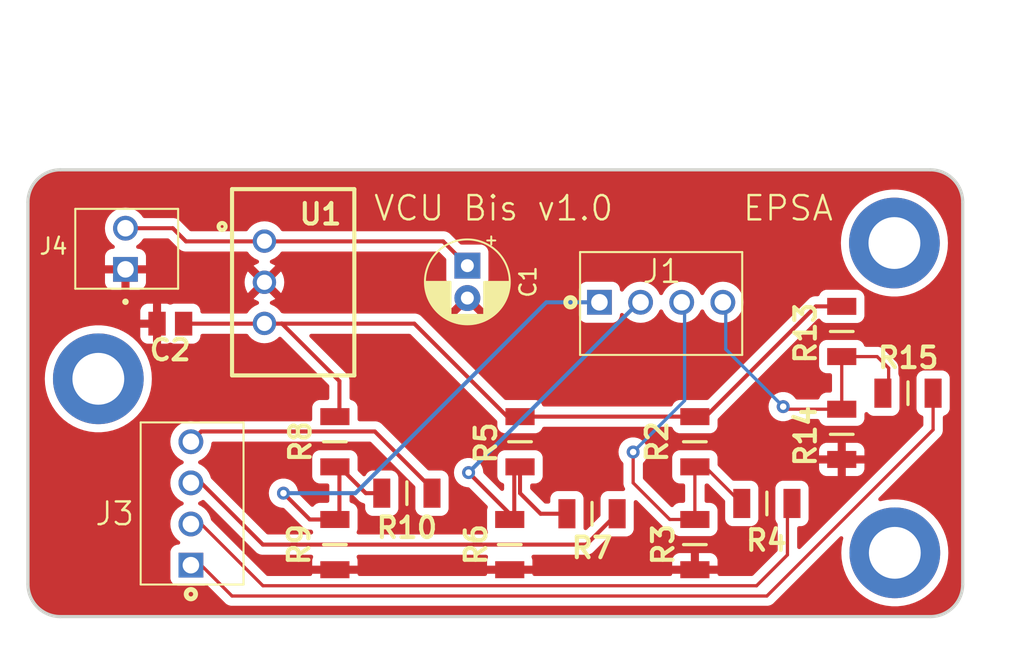
<source format=kicad_pcb>
(kicad_pcb (version 20240108) (generator "pcbnew") (generator_version "8.0")
  (layers (0 "F.Cu" signal) (31 "B.Cu" signal) (34 "B.Paste" user) (35 "F.Paste" user) (36 "B.SilkS" user "B.Silkscreen") (37 "F.SilkS" user "F.Silkscreen") (38 "B.Mask" user) (39 "F.Mask" user) (44 "Edge.Cuts" user))
  (net 0 "")
  (net 1 "/Int AIR-")
  (net 2 "/Int AIR+")
  (net 3 "/Int Dis")
  (net 4 "/Int Pre")
  (net 5 "/Int VCU AIR-")
  (net 6 "/Int VCU AIR+")
  (net 7 "/Int VCU Dis")
  (net 8 "/Int VCU Pre")
  (net 9 "GND")
  (net 10 "+12V")
  (net 11 "+5V")
  (footprint "EPSA_lib:RESC3216X70N" (layer "F.Cu") (at 148.59 65.405 90)
    (property "Reference" "R8" (at 0 -2.1336 -90) (layer "F.SilkS") (effects (font (size 1.27 1.27) (thickness 0.254))))
    (property "Value" "8k2" (hide yes))
    (fp_line (start 0 -0.7) (end 0 0.7) (stroke (width 0.2)) (layer "F.SilkS"))
    (pad "1" smd rect (at -1.55 0 90) (size 1.05 1.8) (layers "F.Cu" "F.Paste" "F.Mask") (net 4 "/Int Pre"))
    (pad "2" smd rect (at 1.55 0 90) (size 1.05 1.8) (layers "F.Cu" "F.Paste" "F.Mask") (net 11 "+5V"))
  )
  (footprint "EPSA_lib:RESC3216X70N" (layer "F.Cu") (at 159.385 71.755 90)
    (property "Reference" "R6" (at 0 -2.0828 -90) (layer "F.SilkS") (effects (font (size 1.27 1.27) (thickness 0.254))))
    (property "Value" "8k2" (hide yes))
    (fp_line (start 0 -0.7) (end 0 0.7) (stroke (width 0.2)) (layer "F.SilkS"))
    (pad "1" smd rect (at -1.55 0 90) (size 1.05 1.8) (layers "F.Cu" "F.Paste" "F.Mask") (net 9 "GND"))
    (pad "2" smd rect (at 1.55 0 90) (size 1.05 1.8) (layers "F.Cu" "F.Paste" "F.Mask") (net 3 "/Int Dis"))
  )
  (footprint "EPSA_lib:MOLEX_22-11-2042" (layer "F.Cu") (at 139.7 69.215 90)
    (property "Reference" "J3" (at -0.63545 -4.70238 180) (layer "F.SilkS") (effects (font (size 1.401008 1.401008))))
    (property "Value" "4P Droit 22-11-2042")
    (fp_line (start 5.005 -3.1) (end 5.005 3.25) (stroke (width 0.127)) (layer "F.SilkS"))
    (fp_line (start -5.005 -3.1) (end 5.005 -3.1) (stroke (width 0.127)) (layer "F.SilkS"))
    (fp_line (start 5.005 3.25) (end -5.005 3.25) (stroke (width 0.127)) (layer "F.SilkS"))
    (fp_line (start -5.005 3.25) (end -5.005 -3.1) (stroke (width 0.127)) (layer "F.SilkS"))
    (fp_circle (center -5.6 0) (end -5.458581 0) (stroke (width 0.3)) (fill none) (layer "F.SilkS"))
    (pad "1" thru_hole rect (at -3.81 0 90) (size 1.53 1.53) (drill 1.02) (layers "*.Cu" "*.Mask") (net 5 "/Int VCU AIR-"))
    (pad "2" thru_hole circle (at -1.27 0 90) (size 1.53 1.53) (drill 1.02) (layers "*.Cu" "*.Mask") (net 6 "/Int VCU AIR+"))
    (pad "3" thru_hole circle (at 1.27 0 90) (size 1.53 1.53) (drill 1.02) (layers "*.Cu" "*.Mask") (net 7 "/Int VCU Dis"))
    (pad "4" thru_hole circle (at 3.81 0 90) (size 1.53 1.53) (drill 1.02) (layers "*.Cu" "*.Mask") (net 8 "/Int VCU Pre"))
  )
  (footprint "Capacitor_THT:CP_Radial_D5.0mm_P2.00mm" (layer "F.Cu") (at 156.7688 54.5338 -90)
    (property "Reference" "C1" (at 1 -3.75 90) (layer "F.SilkS"))
    (property "Value" "C")
    (fp_line (start 1 1.04) (end 1 2.58) (stroke (width 0.12)) (layer "F.SilkS"))
    (fp_line (start 1.04 1.04) (end 1.04 2.58) (stroke (width 0.12)) (layer "F.SilkS"))
    (fp_line (start 1.08 1.04) (end 1.08 2.579) (stroke (width 0.12)) (layer "F.SilkS"))
    (fp_line (start 1.12 1.04) (end 1.12 2.578) (stroke (width 0.12)) (layer "F.SilkS"))
    (fp_line (start 1.16 1.04) (end 1.16 2.576) (stroke (width 0.12)) (layer "F.SilkS"))
    (fp_line (start 1.2 1.04) (end 1.2 2.573) (stroke (width 0.12)) (layer "F.SilkS"))
    (fp_line (start 1.24 1.04) (end 1.24 2.569) (stroke (width 0.12)) (layer "F.SilkS"))
    (fp_line (start 1.28 1.04) (end 1.28 2.565) (stroke (width 0.12)) (layer "F.SilkS"))
    (fp_line (start 1.32 1.04) (end 1.32 2.561) (stroke (width 0.12)) (layer "F.SilkS"))
    (fp_line (start 1.36 1.04) (end 1.36 2.556) (stroke (width 0.12)) (layer "F.SilkS"))
    (fp_line (start 1.4 1.04) (end 1.4 2.55) (stroke (width 0.12)) (layer "F.SilkS"))
    (fp_line (start 1.44 1.04) (end 1.44 2.543) (stroke (width 0.12)) (layer "F.SilkS"))
    (fp_line (start 1.48 1.04) (end 1.48 2.536) (stroke (width 0.12)) (layer "F.SilkS"))
    (fp_line (start 1.52 1.04) (end 1.52 2.528) (stroke (width 0.12)) (layer "F.SilkS"))
    (fp_line (start 1.56 1.04) (end 1.56 2.52) (stroke (width 0.12)) (layer "F.SilkS"))
    (fp_line (start 1.6 1.04) (end 1.6 2.511) (stroke (width 0.12)) (layer "F.SilkS"))
    (fp_line (start 1.64 1.04) (end 1.64 2.501) (stroke (width 0.12)) (layer "F.SilkS"))
    (fp_line (start 1.68 1.04) (end 1.68 2.491) (stroke (width 0.12)) (layer "F.SilkS"))
    (fp_line (start 1.721 1.04) (end 1.721 2.48) (stroke (width 0.12)) (layer "F.SilkS"))
    (fp_line (start 1.761 1.04) (end 1.761 2.468) (stroke (width 0.12)) (layer "F.SilkS"))
    (fp_line (start 1.801 1.04) (end 1.801 2.455) (stroke (width 0.12)) (layer "F.SilkS"))
    (fp_line (start 1.841 1.04) (end 1.841 2.442) (stroke (width 0.12)) (layer "F.SilkS"))
    (fp_line (start 1.881 1.04) (end 1.881 2.428) (stroke (width 0.12)) (layer "F.SilkS"))
    (fp_line (start 1.921 1.04) (end 1.921 2.414) (stroke (width 0.12)) (layer "F.SilkS"))
    (fp_line (start 1.961 1.04) (end 1.961 2.398) (stroke (width 0.12)) (layer "F.SilkS"))
    (fp_line (start 2.001 1.04) (end 2.001 2.382) (stroke (width 0.12)) (layer "F.SilkS"))
    (fp_line (start 2.041 1.04) (end 2.041 2.365) (stroke (width 0.12)) (layer "F.SilkS"))
    (fp_line (start 2.081 1.04) (end 2.081 2.348) (stroke (width 0.12)) (layer "F.SilkS"))
    (fp_line (start 2.121 1.04) (end 2.121 2.329) (stroke (width 0.12)) (layer "F.SilkS"))
    (fp_line (start 2.161 1.04) (end 2.161 2.31) (stroke (width 0.12)) (layer "F.SilkS"))
    (fp_line (start 2.201 1.04) (end 2.201 2.29) (stroke (width 0.12)) (layer "F.SilkS"))
    (fp_line (start 2.241 1.04) (end 2.241 2.268) (stroke (width 0.12)) (layer "F.SilkS"))
    (fp_line (start 2.281 1.04) (end 2.281 2.247) (stroke (width 0.12)) (layer "F.SilkS"))
    (fp_line (start 2.321 1.04) (end 2.321 2.224) (stroke (width 0.12)) (layer "F.SilkS"))
    (fp_line (start 2.361 1.04) (end 2.361 2.2) (stroke (width 0.12)) (layer "F.SilkS"))
    (fp_line (start 2.401 1.04) (end 2.401 2.175) (stroke (width 0.12)) (layer "F.SilkS"))
    (fp_line (start 2.441 1.04) (end 2.441 2.149) (stroke (width 0.12)) (layer "F.SilkS"))
    (fp_line (start 2.481 1.04) (end 2.481 2.122) (stroke (width 0.12)) (layer "F.SilkS"))
    (fp_line (start 2.521 1.04) (end 2.521 2.095) (stroke (width 0.12)) (layer "F.SilkS"))
    (fp_line (start 2.561 1.04) (end 2.561 2.065) (stroke (width 0.12)) (layer "F.SilkS"))
    (fp_line (start 2.601 1.04) (end 2.601 2.035) (stroke (width 0.12)) (layer "F.SilkS"))
    (fp_line (start 2.641 1.04) (end 2.641 2.004) (stroke (width 0.12)) (layer "F.SilkS"))
    (fp_line (start 2.681 1.04) (end 2.681 1.971) (stroke (width 0.12)) (layer "F.SilkS"))
    (fp_line (start 2.721 1.04) (end 2.721 1.937) (stroke (width 0.12)) (layer "F.SilkS"))
    (fp_line (start 2.761 1.04) (end 2.761 1.901) (stroke (width 0.12)) (layer "F.SilkS"))
    (fp_line (start 2.801 1.04) (end 2.801 1.864) (stroke (width 0.12)) (layer "F.SilkS"))
    (fp_line (start 2.841 1.04) (end 2.841 1.826) (stroke (width 0.12)) (layer "F.SilkS"))
    (fp_line (start 2.881 1.04) (end 2.881 1.785) (stroke (width 0.12)) (layer "F.SilkS"))
    (fp_line (start 2.921 1.04) (end 2.921 1.743) (stroke (width 0.12)) (layer "F.SilkS"))
    (fp_line (start 2.961 1.04) (end 2.961 1.699) (stroke (width 0.12)) (layer "F.SilkS"))
    (fp_line (start 3.001 1.04) (end 3.001 1.653) (stroke (width 0.12)) (layer "F.SilkS"))
    (fp_line (start 3.601 -0.284) (end 3.601 0.284) (stroke (width 0.12)) (layer "F.SilkS"))
    (fp_line (start 3.561 -0.518) (end 3.561 0.518) (stroke (width 0.12)) (layer "F.SilkS"))
    (fp_line (start 3.521 -0.677) (end 3.521 0.677) (stroke (width 0.12)) (layer "F.SilkS"))
    (fp_line (start 3.481 -0.805) (end 3.481 0.805) (stroke (width 0.12)) (layer "F.SilkS"))
    (fp_line (start 3.441 -0.915) (end 3.441 0.915) (stroke (width 0.12)) (layer "F.SilkS"))
    (fp_line (start 3.401 -1.011) (end 3.401 1.011) (stroke (width 0.12)) (layer "F.SilkS"))
    (fp_line (start 3.361 -1.098) (end 3.361 1.098) (stroke (width 0.12)) (layer "F.SilkS"))
    (fp_line (start 3.321 -1.178) (end 3.321 1.178) (stroke (width 0.12)) (layer "F.SilkS"))
    (fp_line (start 3.281 -1.251) (end 3.281 1.251) (stroke (width 0.12)) (layer "F.SilkS"))
    (fp_line (start 3.241 -1.319) (end 3.241 1.319) (stroke (width 0.12)) (layer "F.SilkS"))
    (fp_line (start 3.201 -1.383) (end 3.201 1.383) (stroke (width 0.12)) (layer "F.SilkS"))
    (fp_line (start 3.161 -1.443) (end 3.161 1.443) (stroke (width 0.12)) (layer "F.SilkS"))
    (fp_line (start -1.804775 -1.475) (end -1.304775 -1.475) (stroke (width 0.12)) (layer "F.SilkS"))
    (fp_line (start 3.121 -1.5) (end 3.121 1.5) (stroke (width 0.12)) (layer "F.SilkS"))
    (fp_line (start 3.081 -1.554) (end 3.081 1.554) (stroke (width 0.12)) (layer "F.SilkS"))
    (fp_line (start 3.041 -1.605) (end 3.041 1.605) (stroke (width 0.12)) (layer "F.SilkS"))
    (fp_line (start 3.001 -1.653) (end 3.001 -1.04) (stroke (width 0.12)) (layer "F.SilkS"))
    (fp_line (start 2.961 -1.699) (end 2.961 -1.04) (stroke (width 0.12)) (layer "F.SilkS"))
    (fp_line (start -1.554775 -1.725) (end -1.554775 -1.225) (stroke (width 0.12)) (layer "F.SilkS"))
    (fp_line (start 2.921 -1.743) (end 2.921 -1.04) (stroke (width 0.12)) (layer "F.SilkS"))
    (fp_line (start 2.881 -1.785) (end 2.881 -1.04) (stroke (width 0.12)) (layer "F.SilkS"))
    (fp_line (start 2.841 -1.826) (end 2.841 -1.04) (stroke (width 0.12)) (layer "F.SilkS"))
    (fp_line (start 2.801 -1.864) (end 2.801 -1.04) (stroke (width 0.12)) (layer "F.SilkS"))
    (fp_line (start 2.761 -1.901) (end 2.761 -1.04) (stroke (width 0.12)) (layer "F.SilkS"))
    (fp_line (start 2.721 -1.937) (end 2.721 -1.04) (stroke (width 0.12)) (layer "F.SilkS"))
    (fp_line (start 2.681 -1.971) (end 2.681 -1.04) (stroke (width 0.12)) (layer "F.SilkS"))
    (fp_line (start 2.641 -2.004) (end 2.641 -1.04) (stroke (width 0.12)) (layer "F.SilkS"))
    (fp_line (start 2.601 -2.035) (end 2.601 -1.04) (stroke (width 0.12)) (layer "F.SilkS"))
    (fp_line (start 2.561 -2.065) (end 2.561 -1.04) (stroke (width 0.12)) (layer "F.SilkS"))
    (fp_line (start 2.521 -2.095) (end 2.521 -1.04) (stroke (width 0.12)) (layer "F.SilkS"))
    (fp_line (start 2.481 -2.122) (end 2.481 -1.04) (stroke (width 0.12)) (layer "F.SilkS"))
    (fp_line (start 2.441 -2.149) (end 2.441 -1.04) (stroke (width 0.12)) (layer "F.SilkS"))
    (fp_line (start 2.401 -2.175) (end 2.401 -1.04) (stroke (width 0.12)) (layer "F.SilkS"))
    (fp_line (start 2.361 -2.2) (end 2.361 -1.04) (stroke (width 0.12)) (layer "F.SilkS"))
    (fp_line (start 2.321 -2.224) (end 2.321 -1.04) (stroke (width 0.12)) (layer "F.SilkS"))
    (fp_line (start 2.281 -2.247) (end 2.281 -1.04) (stroke (width 0.12)) (layer "F.SilkS"))
    (fp_line (start 2.241 -2.268) (end 2.241 -1.04) (stroke (width 0.12)) (layer "F.SilkS"))
    (fp_line (start 2.201 -2.29) (end 2.201 -1.04) (stroke (width 0.12)) (layer "F.SilkS"))
    (fp_line (start 2.161 -2.31) (end 2.161 -1.04) (stroke (width 0.12)) (layer "F.SilkS"))
    (fp_line (start 2.121 -2.329) (end 2.121 -1.04) (stroke (width 0.12)) (layer "F.SilkS"))
    (fp_line (start 2.081 -2.348) (end 2.081 -1.04) (stroke (width 0.12)) (layer "F.SilkS"))
    (fp_line (start 2.041 -2.365) (end 2.041 -1.04) (stroke (width 0.12)) (layer "F.SilkS"))
    (fp_line (start 2.001 -2.382) (end 2.001 -1.04) (stroke (width 0.12)) (layer "F.SilkS"))
    (fp_line (start 1.961 -2.398) (end 1.961 -1.04) (stroke (width 0.12)) (layer "F.SilkS"))
    (fp_line (start 1.921 -2.414) (end 1.921 -1.04) (stroke (width 0.12)) (layer "F.SilkS"))
    (fp_line (start 1.881 -2.428) (end 1.881 -1.04) (stroke (width 0.12)) (layer "F.SilkS"))
    (fp_line (start 1.841 -2.442) (end 1.841 -1.04) (stroke (width 0.12)) (layer "F.SilkS"))
    (fp_line (start 1.801 -2.455) (end 1.801 -1.04) (stroke (width 0.12)) (layer "F.SilkS"))
    (fp_line (start 1.761 -2.468) (end 1.761 -1.04) (stroke (width 0.12)) (layer "F.SilkS"))
    (fp_line (start 1.721 -2.48) (end 1.721 -1.04) (stroke (width 0.12)) (layer "F.SilkS"))
    (fp_line (start 1.68 -2.491) (end 1.68 -1.04) (stroke (width 0.12)) (layer "F.SilkS"))
    (fp_line (start 1.64 -2.501) (end 1.64 -1.04) (stroke (width 0.12)) (layer "F.SilkS"))
    (fp_line (start 1.6 -2.511) (end 1.6 -1.04) (stroke (width 0.12)) (layer "F.SilkS"))
    (fp_line (start 1.56 -2.52) (end 1.56 -1.04) (stroke (width 0.12)) (layer "F.SilkS"))
    (fp_line (start 1.52 -2.528) (end 1.52 -1.04) (stroke (width 0.12)) (layer "F.SilkS"))
    (fp_line (start 1.48 -2.536) (end 1.48 -1.04) (stroke (width 0.12)) (layer "F.SilkS"))
    (fp_line (start 1.44 -2.543) (end 1.44 -1.04) (stroke (width 0.12)) (layer "F.SilkS"))
    (fp_line (start 1.4 -2.55) (end 1.4 -1.04) (stroke (width 0.12)) (layer "F.SilkS"))
    (fp_line (start 1.36 -2.556) (end 1.36 -1.04) (stroke (width 0.12)) (layer "F.SilkS"))
    (fp_line (start 1.32 -2.561) (end 1.32 -1.04) (stroke (width 0.12)) (layer "F.SilkS"))
    (fp_line (start 1.28 -2.565) (end 1.28 -1.04) (stroke (width 0.12)) (layer "F.SilkS"))
    (fp_line (start 1.24 -2.569) (end 1.24 -1.04) (stroke (width 0.12)) (layer "F.SilkS"))
    (fp_line (start 1.2 -2.573) (end 1.2 -1.04) (stroke (width 0.12)) (layer "F.SilkS"))
    (fp_line (start 1.16 -2.576) (end 1.16 -1.04) (stroke (width 0.12)) (layer "F.SilkS"))
    (fp_line (start 1.12 -2.578) (end 1.12 -1.04) (stroke (width 0.12)) (layer "F.SilkS"))
    (fp_line (start 1.08 -2.579) (end 1.08 -1.04) (stroke (width 0.12)) (layer "F.SilkS"))
    (fp_line (start 1 -2.58) (end 1 -1.04) (stroke (width 0.12)) (layer "F.SilkS"))
    (fp_line (start 1.04 -2.58) (end 1.04 -1.04) (stroke (width 0.12)) (layer "F.SilkS"))
    (fp_circle (center 1 0) (end 3.62 0) (stroke (width 0.12)) (fill none) (layer "F.SilkS"))
    (pad "1" thru_hole rect (at 0 0 270) (size 1.6 1.6) (drill 0.8) (layers "*.Cu" "*.Mask") (net 10 "+12V"))
    (pad "2" thru_hole circle (at 2 0 270) (size 1.6 1.6) (drill 0.8) (layers "*.Cu" "*.Mask") (net 9 "GND"))
  )
  (footprint "EPSA_lib:CAPC2012X130N" (layer "F.Cu") (at 138.43 58.1152 180)
    (property "Reference" "C2" (at 0.011623 -1.627268 180) (layer "F.SilkS") (effects (font (size 1.27 1.27) (thickness 0.254))))
    (property "Value" "10n" (hide yes))
    (pad "1" smd rect (at -0.82 0 180) (size 1.07 1.47) (layers "F.Cu" "F.Paste" "F.Mask") (net 11 "+5V"))
    (pad "2" smd rect (at 0.82 0 180) (size 1.07 1.47) (layers "F.Cu" "F.Paste" "F.Mask") (net 9 "GND"))
  )
  (footprint "EPSA_lib:RESC3216X70N" (layer "F.Cu") (at 170.815 65.405 90)
    (property "Reference" "R2" (at 0 -2.3368 -90) (layer "F.SilkS") (effects (font (size 1.27 1.27) (thickness 0.254))))
    (property "Value" "8k2" (hide yes))
    (fp_line (start 0 -0.7) (end 0 0.7) (stroke (width 0.2)) (layer "F.SilkS"))
    (pad "1" smd rect (at -1.55 0 90) (size 1.05 1.8) (layers "F.Cu" "F.Paste" "F.Mask") (net 2 "/Int AIR+"))
    (pad "2" smd rect (at 1.55 0 90) (size 1.05 1.8) (layers "F.Cu" "F.Paste" "F.Mask") (net 11 "+5V"))
  )
  (footprint "EPSA_lib:RESC3216X70N" (layer "F.Cu") (at 179.8828 64.9472 90)
    (property "Reference" "R14" (at -0.1022 -2.2352 -90) (layer "F.SilkS") (effects (font (size 1.27 1.27) (thickness 0.254))))
    (property "Value" "8k2" (hide yes))
    (fp_line (start 0 -0.7) (end 0 0.7) (stroke (width 0.2)) (layer "F.SilkS"))
    (pad "1" smd rect (at -1.55 0 90) (size 1.05 1.8) (layers "F.Cu" "F.Paste" "F.Mask") (net 9 "GND"))
    (pad "2" smd rect (at 1.55 0 90) (size 1.05 1.8) (layers "F.Cu" "F.Paste" "F.Mask") (net 1 "/Int AIR-"))
  )
  (footprint "" (layer "F.Cu") (at 183.1594 72.263)
    (property "Reference" "" (at 0 0 0) (layer "F.SilkS") (effects (font (size 1.27 1.27))))
    (property "Value" "")
    (pad "1" thru_hole circle (at 0 0) (size 5.6 5.6) (drill 3.2) (layers "*.Cu" "*.Mask"))
  )
  (footprint "EPSA_lib:RESC3216X70N" (layer "F.Cu") (at 179.8828 58.5972 90)
    (property "Reference" "R13" (at -0.1022 -2.2352 -90) (layer "F.SilkS") (effects (font (size 1.27 1.27) (thickness 0.254))))
    (property "Value" "8k2" (hide yes))
    (fp_line (start 0 -0.7) (end 0 0.7) (stroke (width 0.2)) (layer "F.SilkS"))
    (pad "1" smd rect (at -1.55 0 90) (size 1.05 1.8) (layers "F.Cu" "F.Paste" "F.Mask") (net 1 "/Int AIR-"))
    (pad "2" smd rect (at 1.55 0 90) (size 1.05 1.8) (layers "F.Cu" "F.Paste" "F.Mask") (net 11 "+5V"))
  )
  (footprint "EPSA_lib:TSR-0.5-2433" (layer "F.Cu") (at 142.24 49.8094 -90)
    (property "Reference" "U1" (at 1.5494 -5.461 180) (layer "F.SilkS") (effects (font (size 1.27 1.27) (thickness 0.254))))
    (property "Value" "Alim LP TSR_0.5-2450" (hide yes))
    (fp_line (start 0 0) (end 11.5 0) (stroke (width 0.254)) (layer "F.SilkS"))
    (fp_line (start 11.5 0) (end 11.5 -7.55) (stroke (width 0.254)) (layer "F.SilkS"))
    (fp_line (start 0 -7.55) (end 0 0) (stroke (width 0.254)) (layer "F.SilkS"))
    (fp_line (start 11.5 -7.55) (end 0 -7.55) (stroke (width 0.254)) (layer "F.SilkS"))
    (fp_circle (center 2.306 0.613) (end 2.306 0.702) (stroke (width 0.254)) (fill none) (layer "F.SilkS"))
    (pad "1" thru_hole circle (at 3.21 -2 270) (size 1.44 1.44) (drill 0.94) (layers "*.Cu" "*.Mask") (net 10 "+12V"))
    (pad "2" thru_hole circle (at 5.75 -2 270) (size 1.44 1.44) (drill 0.94) (layers "*.Cu" "*.Mask") (net 9 "GND"))
    (pad "3" thru_hole circle (at 8.29 -2 270) (size 1.44 1.44) (drill 0.94) (layers "*.Cu" "*.Mask") (net 11 "+5V"))
  )
  (footprint "EPSA_lib:MOLEX_22-11-2042" (layer "F.Cu") (at 168.7322 56.7944)
    (property "Reference" "J1" (at 0.0508 -1.905 0) (layer "F.SilkS") (effects (font (size 1.401008 1.401008))))
    (property "Value" "4P Droit 22-11-2042")
    (fp_line (start -5.005 -3.1) (end 5.005 -3.1) (stroke (width 0.127)) (layer "F.SilkS"))
    (fp_line (start -5.005 3.25) (end -5.005 -3.1) (stroke (width 0.127)) (layer "F.SilkS"))
    (fp_line (start 5.005 -3.1) (end 5.005 3.25) (stroke (width 0.127)) (layer "F.SilkS"))
    (fp_line (start 5.005 3.25) (end -5.005 3.25) (stroke (width 0.127)) (layer "F.SilkS"))
    (fp_circle (center -5.6 0) (end -5.458581 0) (stroke (width 0.3)) (fill none) (layer "F.SilkS"))
    (pad "1" thru_hole rect (at -3.81 0) (size 1.53 1.53) (drill 1.02) (layers "*.Cu" "*.Mask") (net 4 "/Int Pre"))
    (pad "2" thru_hole circle (at -1.27 0) (size 1.53 1.53) (drill 1.02) (layers "*.Cu" "*.Mask") (net 3 "/Int Dis"))
    (pad "3" thru_hole circle (at 1.27 0) (size 1.53 1.53) (drill 1.02) (layers "*.Cu" "*.Mask") (net 2 "/Int AIR+"))
    (pad "4" thru_hole circle (at 3.81 0) (size 1.53 1.53) (drill 1.02) (layers "*.Cu" "*.Mask") (net 1 "/Int AIR-"))
  )
  (footprint "EPSA_lib:RESC3216X70N" (layer "F.Cu") (at 148.59 71.755 90)
    (property "Reference" "R9" (at 0 -2.2098 -90) (layer "F.SilkS") (effects (font (size 1.27 1.27) (thickness 0.254))))
    (property "Value" "8k2" (hide yes))
    (fp_line (start 0 -0.7) (end 0 0.7) (stroke (width 0.2)) (layer "F.SilkS"))
    (pad "1" smd rect (at -1.55 0 90) (size 1.05 1.8) (layers "F.Cu" "F.Paste" "F.Mask") (net 9 "GND"))
    (pad "2" smd rect (at 1.55 0 90) (size 1.05 1.8) (layers "F.Cu" "F.Paste" "F.Mask") (net 4 "/Int Pre"))
  )
  (footprint "EPSA_lib:RESC3216X70N" (layer "F.Cu") (at 153.035 68.58 180)
    (property "Reference" "R10" (at 0 -2.1336 180) (layer "F.SilkS") (effects (font (size 1.27 1.27) (thickness 0.254))))
    (property "Value" "3k9" (hide yes))
    (fp_line (start 0 -0.7) (end 0 0.7) (stroke (width 0.2)) (layer "F.SilkS"))
    (pad "1" smd rect (at -1.55 0 180) (size 1.05 1.8) (layers "F.Cu" "F.Paste" "F.Mask") (net 8 "/Int VCU Pre"))
    (pad "2" smd rect (at 1.55 0 180) (size 1.05 1.8) (layers "F.Cu" "F.Paste" "F.Mask") (net 4 "/Int Pre"))
  )
  (footprint "EPSA_lib:RESC3216X70N" (layer "F.Cu") (at 164.465 69.85 180)
    (property "Reference" "R7" (at 0 -2.1082 180) (layer "F.SilkS") (effects (font (size 1.27 1.27) (thickness 0.254))))
    (property "Value" "3k9" (hide yes))
    (fp_line (start 0 -0.7) (end 0 0.7) (stroke (width 0.2)) (layer "F.SilkS"))
    (pad "1" smd rect (at -1.55 0 180) (size 1.05 1.8) (layers "F.Cu" "F.Paste" "F.Mask") (net 7 "/Int VCU Dis"))
    (pad "2" smd rect (at 1.55 0 180) (size 1.05 1.8) (layers "F.Cu" "F.Paste" "F.Mask") (net 3 "/Int Dis"))
  )
  (footprint "EPSA_lib:RESC3216X70N" (layer "F.Cu") (at 170.815 71.755 90)
    (property "Reference" "R3" (at 0 -1.9558 -90) (layer "F.SilkS") (effects (font (size 1.27 1.27) (thickness 0.254))))
    (property "Value" "8k2" (hide yes))
    (fp_line (start 0 -0.7) (end 0 0.7) (stroke (width 0.2)) (layer "F.SilkS"))
    (pad "1" smd rect (at -1.55 0 90) (size 1.05 1.8) (layers "F.Cu" "F.Paste" "F.Mask") (net 9 "GND"))
    (pad "2" smd rect (at 1.55 0 90) (size 1.05 1.8) (layers "F.Cu" "F.Paste" "F.Mask") (net 2 "/Int AIR+"))
  )
  (footprint "" (layer "F.Cu") (at 133.985 61.5188)
    (property "Reference" "" (at 0 0 0) (layer "F.SilkS") (effects (font (size 1.27 1.27))))
    (property "Value" "")
    (pad "1" thru_hole circle (at 0 0) (size 5.6 5.6) (drill 3.2) (layers "*.Cu" "*.Mask"))
  )
  (footprint "" (layer "F.Cu") (at 183.134 53.1368)
    (property "Reference" "" (at 0 0 0) (layer "F.SilkS") (effects (font (size 1.27 1.27))))
    (property "Value" "")
    (pad "1" thru_hole circle (at 0 0) (size 5.6 5.6) (drill 3.2) (layers "*.Cu" "*.Mask"))
  )
  (footprint "EPSA_lib:RESC3216X70N" (layer "F.Cu") (at 183.9728 62.4072 180)
    (property "Reference" "R15" (at -0.011901 2.185 0) (layer "F.SilkS") (effects (font (size 1.27 1.27) (thickness 0.254))))
    (property "Value" "3k9" (hide yes))
    (fp_line (start 0 -0.7) (end 0 0.7) (stroke (width 0.2)) (layer "F.SilkS"))
    (pad "1" smd rect (at -1.55 0 180) (size 1.05 1.8) (layers "F.Cu" "F.Paste" "F.Mask") (net 5 "/Int VCU AIR-"))
    (pad "2" smd rect (at 1.55 0 180) (size 1.05 1.8) (layers "F.Cu" "F.Paste" "F.Mask") (net 1 "/Int AIR-"))
  )
  (footprint "EPSA_lib:RESC3216X70N" (layer "F.Cu") (at 175.26 69.215 180)
    (property "Reference" "R4" (at 0.0254 -2.286 180) (layer "F.SilkS") (effects (font (size 1.27 1.27) (thickness 0.254))))
    (property "Value" "3k9" (hide yes))
    (fp_line (start 0 -0.7) (end 0 0.7) (stroke (width 0.2)) (layer "F.SilkS"))
    (pad "1" smd rect (at -1.55 0 180) (size 1.05 1.8) (layers "F.Cu" "F.Paste" "F.Mask") (net 6 "/Int VCU AIR+"))
    (pad "2" smd rect (at 1.55 0 180) (size 1.05 1.8) (layers "F.Cu" "F.Paste" "F.Mask") (net 2 "/Int AIR+"))
  )
  (footprint "EPSA_lib:MOLEX_22-11-2022" (layer "F.Cu") (at 135.6614 54.7624 90)
    (property "Reference" "J4" (at 1.425 -4.445 180) (layer "F.SilkS"))
    (property "Value" "2P Droit 2-11-2022")
    (fp_line (start 3.735 -3.1) (end 3.735 3.25) (stroke (width 0.127)) (layer "F.SilkS"))
    (fp_line (start -1.195 -3.1) (end 3.735 -3.1) (stroke (width 0.127)) (layer "F.SilkS"))
    (fp_line (start 3.735 3.25) (end -1.195 3.25) (stroke (width 0.127)) (layer "F.SilkS"))
    (fp_line (start -1.195 3.25) (end -1.195 -3.1) (stroke (width 0.127)) (layer "F.SilkS"))
    (fp_circle (center -2 0) (end -1.9 0) (stroke (width 0.2)) (fill none) (layer "F.SilkS"))
    (pad "1" thru_hole rect (at 0 0 90) (size 1.53 1.53) (drill 1.02) (layers "*.Cu" "*.Mask") (net 9 "GND"))
    (pad "2" thru_hole circle (at 2.54 0 90) (size 1.53 1.53) (drill 1.02) (layers "*.Cu" "*.Mask") (net 10 "+12V"))
  )
  (footprint "EPSA_lib:RESC3216X70N" (layer "F.Cu") (at 160.02 65.405 90)
    (property "Reference" "R5" (at -0.0762 -2.1082 -90) (layer "F.SilkS") (effects (font (size 1.27 1.27) (thickness 0.254))))
    (property "Value" "8k2" (hide yes))
    (fp_line (start 0 -0.7) (end 0 0.7) (stroke (width 0.2)) (layer "F.SilkS"))
    (pad "1" smd rect (at -1.55 0 90) (size 1.05 1.8) (layers "F.Cu" "F.Paste" "F.Mask") (net 3 "/Int Dis"))
    (pad "2" smd rect (at 1.55 0 90) (size 1.05 1.8) (layers "F.Cu" "F.Paste" "F.Mask") (net 11 "+5V"))
  )
  (gr_line (start 187.3504 50.6156) (end 187.3504 74.2) (stroke (width 0.2)) (layer "Edge.Cuts"))
  (gr_line (start 131.6416 48.6156) (end 185.3504 48.6156) (stroke (width 0.2)) (layer "Edge.Cuts"))
  (gr_arc (start 185.3504 48.6156) (mid 186.764614 49.201386) (end 187.3504 50.6156) (stroke (width 0.2)) (layer "Edge.Cuts"))
  (gr_arc (start 131.6416 76.2) (mid 130.227386 75.614214) (end 129.6416 74.2) (stroke (width 0.2)) (layer "Edge.Cuts"))
  (gr_line (start 129.6416 74.2) (end 129.6416 50.6156) (stroke (width 0.2)) (layer "Edge.Cuts"))
  (gr_line (start 185.3504 76.2) (end 131.6416 76.2) (stroke (width 0.2)) (layer "Edge.Cuts"))
  (gr_arc (start 187.3504 74.2) (mid 186.764614 75.614214) (end 185.3504 76.2) (stroke (width 0.2)) (layer "Edge.Cuts"))
  (gr_arc (start 129.6416 50.6156) (mid 130.227386 49.201386) (end 131.6416 48.6156) (stroke (width 0.2)) (layer "Edge.Cuts"))
  (gr_text "VCU Bis v1.0       EPSA" (at 179.451 51.8668 0) (layer "F.SilkS") (effects (font (size 1.5 1.5)) (justify right bottom)))
  (segment (start 176.267653 63.237653) (end 176.4272 63.3972) (width 0.2) (layer "F.Cu") (net 1))
  (segment (start 182.0672 60.1472) (end 179.8828 60.1472) (width 0.2) (layer "F.Cu") (net 1))
  (segment (start 182.7778 61.7722) (end 182.7778 60.8578) (width 0.2) (layer "F.Cu") (net 1))
  (segment (start 179.8828 63.3972) (end 179.8828 60.1472) (width 0.2) (layer "F.Cu") (net 1))
  (segment (start 176.4272 63.3972) (end 179.8828 63.3972) (width 0.2) (layer "F.Cu") (net 1))
  (segment (start 182.7778 60.8578) (end 182.0672 60.1472) (width 0.2) (layer "F.Cu") (net 1))
  (via (at 176.267653 63.237653) (size 0.8) (drill 0.4) (layers "F.Cu" "B.Cu") (net 1))
  (segment (start 172.72 56.9722) (end 172.5422 56.7944) (width 0.2) (layer "B.Cu") (net 1))
  (segment (start 176.267653 63.237653) (end 172.72 59.69) (width 0.2) (layer "B.Cu") (net 1))
  (segment (start 172.72 59.69) (end 172.72 56.9722) (width 0.2) (layer "B.Cu") (net 1))
  (segment (start 171.45 66.955) (end 173.71 69.215) (width 0.2) (layer "F.Cu") (net 2))
  (segment (start 169.265 70.205) (end 167.005 67.945) (width 0.2) (layer "F.Cu") (net 2))
  (segment (start 170.815 70.205) (end 170.815 66.955) (width 0.2) (layer "F.Cu") (net 2))
  (segment (start 167.005 67.945) (end 167.005 66.04) (width 0.2) (layer "F.Cu") (net 2))
  (segment (start 170.815 66.955) (end 171.45 66.955) (width 0.2) (layer "F.Cu") (net 2))
  (segment (start 170.815 70.205) (end 169.265 70.205) (width 0.2) (layer "F.Cu") (net 2))
  (via (at 167.005 66.04) (size 0.8) (drill 0.4) (layers "F.Cu" "B.Cu") (net 2))
  (segment (start 170.18 56.9722) (end 170.0022 56.7944) (width 0.2) (layer "B.Cu") (net 2))
  (segment (start 170.18 62.865) (end 170.18 56.9722) (width 0.2) (layer "B.Cu") (net 2))
  (segment (start 167.005 66.04) (end 170.18 62.865) (width 0.2) (layer "B.Cu") (net 2))
  (segment (start 159.665 70.13) (end 156.845 67.31) (width 0.25) (layer "F.Cu") (net 3))
  (segment (start 159.665 70.205) (end 159.665 66.955) (width 0.25) (layer "F.Cu") (net 3))
  (segment (start 159.665 70.205) (end 159.665 70.13) (width 0.25) (layer "F.Cu") (net 3))
  (segment (start 161.29 69.85) (end 162.915 69.85) (width 0.25) (layer "F.Cu") (net 3))
  (segment (start 160.02 68.58) (end 161.29 69.85) (width 0.25) (layer "F.Cu") (net 3))
  (segment (start 160.02 66.955) (end 160.02 68.58) (width 0.25) (layer "F.Cu") (net 3))
  (via (at 156.845 67.31) (size 0.8) (drill 0.4) (layers "F.Cu" "B.Cu") (net 3))
  (segment (start 156.845 67.31) (end 167.3606 56.7944) (width 0.25) (layer "B.Cu") (net 3))
  (segment (start 167.3606 56.7944) (end 167.4622 56.7944) (width 0.25) (layer "B.Cu") (net 3))
  (segment (start 150.495 68.58) (end 148.87 66.955) (width 0.25) (layer "F.Cu") (net 4))
  (segment (start 147.04 70.205) (end 145.415 68.58) (width 0.25) (layer "F.Cu") (net 4))
  (segment (start 148.87 70.205) (end 147.04 70.205) (width 0.25) (layer "F.Cu") (net 4))
  (segment (start 148.87 66.955) (end 148.87 70.205) (width 0.25) (layer "F.Cu") (net 4))
  (segment (start 151.765 68.58) (end 150.495 68.58) (width 0.25) (layer "F.Cu") (net 4))
  (via (at 145.415 68.58) (size 0.8) (drill 0.4) (layers "F.Cu" "B.Cu") (net 4))
  (segment (start 145.415 68.58) (end 149.86 68.58) (width 0.25) (layer "B.Cu") (net 4))
  (segment (start 149.86 68.58) (end 161.6456 56.7944) (width 0.25) (layer "B.Cu") (net 4))
  (segment (start 161.6456 56.7944) (end 164.9222 56.7944) (width 0.25) (layer "B.Cu") (net 4))
  (segment (start 142.24 74.93) (end 140.335 73.025) (width 0.2) (layer "F.Cu") (net 5))
  (segment (start 185.5228 62.4072) (end 185.5228 64.6672) (width 0.2) (layer "F.Cu") (net 5))
  (segment (start 185.5228 64.6672) (end 175.26 74.93) (width 0.2) (layer "F.Cu") (net 5))
  (segment (start 175.26 74.93) (end 142.24 74.93) (width 0.2) (layer "F.Cu") (net 5))
  (segment (start 140.335 73.025) (end 139.7 73.025) (width 0.2) (layer "F.Cu") (net 5))
  (segment (start 185.8778 61.7722) (end 185.8778 62.7622) (width 0.2) (layer "F.Cu") (net 5))
  (segment (start 174.625 74.295) (end 144.145 74.295) (width 0.2) (layer "F.Cu") (net 6))
  (segment (start 140.335 70.485) (end 139.7 70.485) (width 0.2) (layer "F.Cu") (net 6))
  (segment (start 176.53 68.86) (end 176.53 72.39) (width 0.2) (layer "F.Cu") (net 6))
  (segment (start 144.145 74.295) (end 140.335 70.485) (width 0.2) (layer "F.Cu") (net 6))
  (segment (start 176.53 72.39) (end 174.625 74.295) (width 0.2) (layer "F.Cu") (net 6))
  (segment (start 176.81 68.58) (end 176.53 68.86) (width 0.2) (layer "F.Cu") (net 6))
  (segment (start 139.7 67.945) (end 140.335 67.945) (width 0.25) (layer "F.Cu") (net 7))
  (segment (start 140.335 67.945) (end 144.145 71.755) (width 0.25) (layer "F.Cu") (net 7))
  (segment (start 164.11 71.755) (end 166.015 69.85) (width 0.25) (layer "F.Cu") (net 7))
  (segment (start 144.145 71.755) (end 164.11 71.755) (width 0.25) (layer "F.Cu") (net 7))
  (segment (start 140.335 64.77) (end 139.7 65.405) (width 0.25) (layer "F.Cu") (net 8))
  (segment (start 154.865 68.58) (end 151.055 64.77) (width 0.25) (layer "F.Cu") (net 8))
  (segment (start 151.055 64.77) (end 140.335 64.77) (width 0.25) (layer "F.Cu") (net 8))
  (segment (start 155.2702 53.0352) (end 156.7688 54.5338) (width 0.25) (layer "F.Cu") (net 10))
  (segment (start 144.24 53.0194) (end 144.2558 53.0352) (width 0.25) (layer "F.Cu") (net 10))
  (segment (start 135.6614 52.2224) (end 138.5824 52.2224) (width 0.25) (layer "F.Cu") (net 10))
  (segment (start 144.2242 53.0352) (end 144.24 53.0194) (width 0.25) (layer "F.Cu") (net 10))
  (segment (start 139.3952 53.0352) (end 144.2242 53.0352) (width 0.25) (layer "F.Cu") (net 10))
  (segment (start 138.5824 52.2224) (end 139.3952 53.0352) (width 0.25) (layer "F.Cu") (net 10))
  (segment (start 144.2558 53.0352) (end 155.2702 53.0352) (width 0.25) (layer "F.Cu") (net 10))
  (segment (start 178.2826 57.0484) (end 179.8816 57.0484) (width 0.25) (layer "F.Cu") (net 11))
  (segment (start 144.24 58.0994) (end 144.2242 58.1152) (width 0.25) (layer "F.Cu") (net 11))
  (segment (start 144.2242 58.1152) (end 139.25 58.1152) (width 0.25) (layer "F.Cu") (net 11))
  (segment (start 179.8816 57.0484) (end 179.8828 57.0472) (width 0.25) (layer "F.Cu") (net 11))
  (segment (start 153.4947 58.1152) (end 159.2345 63.855) (width 0.25) (layer "F.Cu") (net 11))
  (segment (start 144.2558 58.1152) (end 153.4947 58.1152) (width 0.25) (layer "F.Cu") (net 11))
  (segment (start 170.815 63.855) (end 171.476 63.855) (width 0.25) (layer "F.Cu") (net 11))
  (segment (start 171.476 63.855) (end 178.2826 57.0484) (width 0.25) (layer "F.Cu") (net 11))
  (segment (start 148.87 61.6625) (end 145.3069 58.0994) (width 0.25) (layer "F.Cu") (net 11))
  (segment (start 144.24 58.0994) (end 144.2558 58.1152) (width 0.25) (layer "F.Cu") (net 11))
  (segment (start 159.2345 63.855) (end 170.815 63.855) (width 0.25) (layer "F.Cu") (net 11))
  (segment (start 148.87 63.855) (end 148.87 61.6625) (width 0.25) (layer "F.Cu") (net 11))
  (zone (net 9) (net_name "GND") (layer "F.Cu") (connect_pads (clearance 0.5)) (min_thickness 0.25) (fill yes (thermal_gap 0.5) (thermal_bridge_width 0.5))
    (polygon (pts (xy 128.016 47.3202) (xy 127.9144 77.5208) (xy 189.0014 77.851) (xy 189.103 47.0154)))
  )
)
</source>
